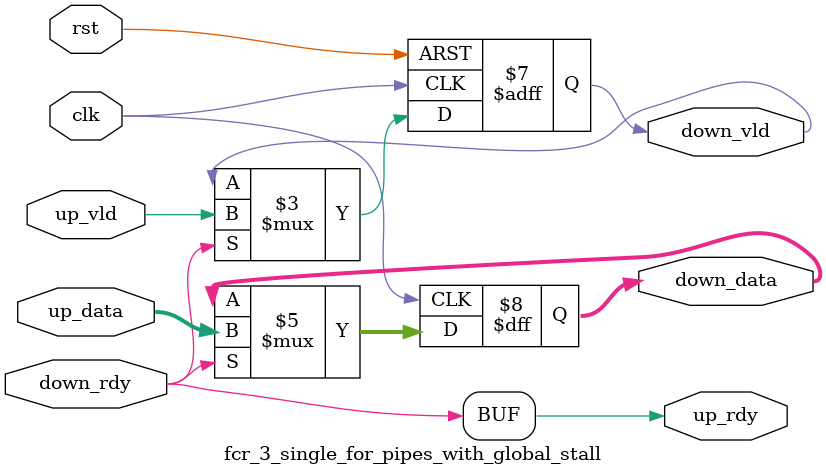
<source format=sv>


`include "config.vh"

module fcr_3_single_for_pipes_with_global_stall
# (
  parameter w = 0
)
(
  input                  clk,
  input                  rst,

  input                  up_vld,
  output                 up_rdy,
  input        [w - 1:0] up_data,

  output logic           down_vld,
  input                  down_rdy,
  output logic [w - 1:0] down_data
);

  always_ff @ (posedge clk)
    if (up_rdy)
      down_data <= up_data;

  always_ff @ (posedge clk or posedge rst)
    if (rst)
      down_vld <= 1'b0;
    else if (up_rdy)
      down_vld <= up_vld;

  assign up_rdy = down_rdy;

endmodule

</source>
